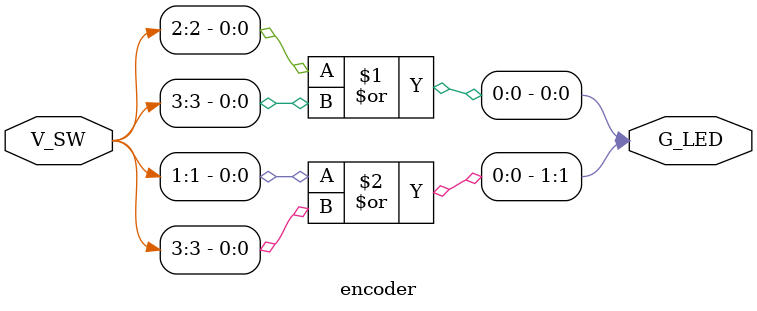
<source format=v>
module encoder(V_SW,G_LED);
input [0:3] V_SW;
output  [0:1] G_LED;
assign G_LED[0]= V_SW[2]|V_SW[3]; 
assign G_LED[1]= V_SW[1]|V_SW[3];
endmodule

</source>
